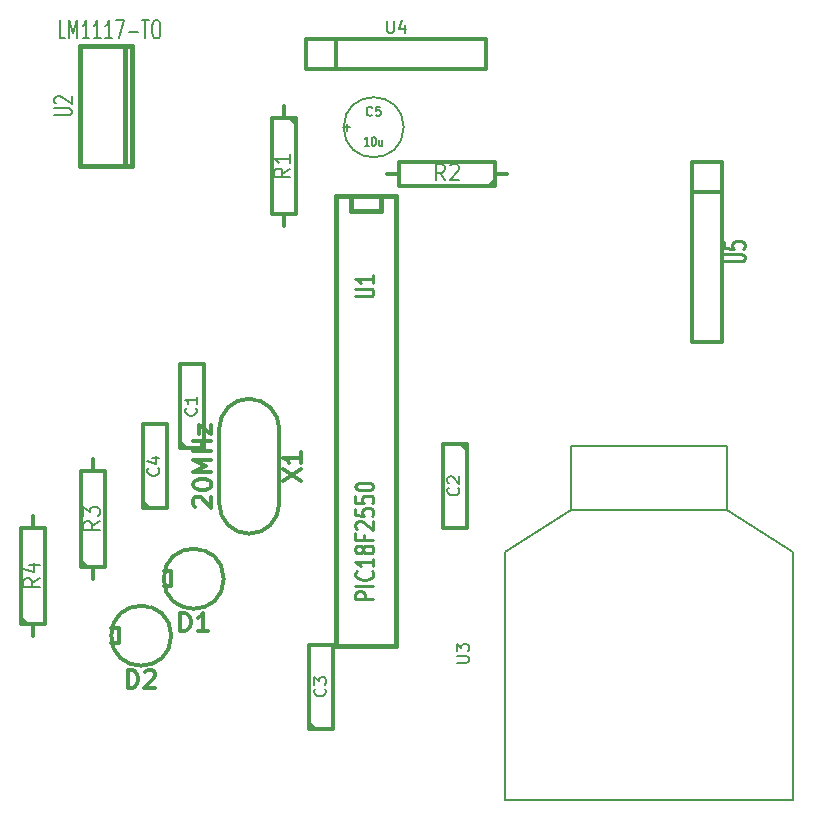
<source format=gto>
G04 (created by PCBNEW (2013-07-07 BZR 4022)-stable) date 19/11/2014 11:58:33*
%MOIN*%
G04 Gerber Fmt 3.4, Leading zero omitted, Abs format*
%FSLAX34Y34*%
G01*
G70*
G90*
G04 APERTURE LIST*
%ADD10C,0.00590551*%
%ADD11C,0.012*%
%ADD12C,0.0125*%
%ADD13C,0.015*%
%ADD14C,0.005*%
%ADD15C,0.0107*%
%ADD16C,0.008*%
%ADD17C,0.01125*%
%ADD18C,0.0075*%
G04 APERTURE END LIST*
G54D10*
G54D11*
X72850Y-30900D02*
X73850Y-30900D01*
X73850Y-30900D02*
X73850Y-36900D01*
X73850Y-36900D02*
X72850Y-36900D01*
X72850Y-36900D02*
X72850Y-30900D01*
X72850Y-31900D02*
X73850Y-31900D01*
G54D10*
X68821Y-42516D02*
X68821Y-40390D01*
X68821Y-40390D02*
X74018Y-40390D01*
X74018Y-40390D02*
X74018Y-42516D01*
X76222Y-43894D02*
X74018Y-42516D01*
X74018Y-42516D02*
X68821Y-42516D01*
X68821Y-42516D02*
X66616Y-43894D01*
X66616Y-52162D02*
X66616Y-44130D01*
X66616Y-44130D02*
X66616Y-43894D01*
X66616Y-52162D02*
X76222Y-52162D01*
X76222Y-43894D02*
X76222Y-52162D01*
G54D11*
X59250Y-29050D02*
X59250Y-29450D01*
X59250Y-29450D02*
X59650Y-29450D01*
X59650Y-29450D02*
X59650Y-32650D01*
X59650Y-32650D02*
X58850Y-32650D01*
X58850Y-32650D02*
X58850Y-29450D01*
X58850Y-29450D02*
X59250Y-29450D01*
X59450Y-29450D02*
X59650Y-29650D01*
X59250Y-33050D02*
X59250Y-32650D01*
X66700Y-31300D02*
X66300Y-31300D01*
X66300Y-31300D02*
X66300Y-31700D01*
X66300Y-31700D02*
X63100Y-31700D01*
X63100Y-31700D02*
X63100Y-30900D01*
X63100Y-30900D02*
X66300Y-30900D01*
X66300Y-30900D02*
X66300Y-31300D01*
X66300Y-31500D02*
X66100Y-31700D01*
X62700Y-31300D02*
X63100Y-31300D01*
X50900Y-46700D02*
X50900Y-46300D01*
X50900Y-46300D02*
X50500Y-46300D01*
X50500Y-46300D02*
X50500Y-43100D01*
X50500Y-43100D02*
X51300Y-43100D01*
X51300Y-43100D02*
X51300Y-46300D01*
X51300Y-46300D02*
X50900Y-46300D01*
X50700Y-46300D02*
X50500Y-46100D01*
X50900Y-42700D02*
X50900Y-43100D01*
X52900Y-44800D02*
X52900Y-44400D01*
X52900Y-44400D02*
X52500Y-44400D01*
X52500Y-44400D02*
X52500Y-41200D01*
X52500Y-41200D02*
X53300Y-41200D01*
X53300Y-41200D02*
X53300Y-44400D01*
X53300Y-44400D02*
X52900Y-44400D01*
X52700Y-44400D02*
X52500Y-44200D01*
X52900Y-40800D02*
X52900Y-41200D01*
X60000Y-27800D02*
X60000Y-26800D01*
X60000Y-26800D02*
X66000Y-26800D01*
X66000Y-26800D02*
X66000Y-27800D01*
X66000Y-27800D02*
X60000Y-27800D01*
X61000Y-27800D02*
X61000Y-26800D01*
X55500Y-46700D02*
G75*
G03X55500Y-46700I-1000J0D01*
G74*
G01*
X53500Y-46950D02*
X53750Y-46950D01*
X53750Y-46950D02*
X53750Y-46450D01*
X53750Y-46450D02*
X53500Y-46450D01*
X57250Y-44800D02*
G75*
G03X57250Y-44800I-1000J0D01*
G74*
G01*
X55250Y-45050D02*
X55500Y-45050D01*
X55500Y-45050D02*
X55500Y-44550D01*
X55500Y-44550D02*
X55250Y-44550D01*
G54D12*
X57100Y-39800D02*
X57100Y-42300D01*
X59100Y-39800D02*
X59100Y-42300D01*
X58100Y-43300D02*
G75*
G03X59100Y-42300I0J1000D01*
G74*
G01*
X57100Y-42300D02*
G75*
G03X58100Y-43300I1000J0D01*
G74*
G01*
X59100Y-39800D02*
G75*
G03X58100Y-38800I-1000J0D01*
G74*
G01*
X58100Y-38800D02*
G75*
G03X57100Y-39800I0J-1000D01*
G74*
G01*
G54D13*
X63000Y-32050D02*
X63000Y-47050D01*
X63000Y-47050D02*
X61000Y-47050D01*
X61000Y-47050D02*
X61000Y-32050D01*
X61000Y-32050D02*
X63000Y-32050D01*
X62500Y-32050D02*
X62500Y-32550D01*
X62500Y-32550D02*
X61500Y-32550D01*
X61500Y-32550D02*
X61500Y-32050D01*
G54D11*
X54550Y-42450D02*
X54550Y-39650D01*
X54550Y-39650D02*
X55350Y-39650D01*
X55350Y-39650D02*
X55350Y-42450D01*
X55350Y-42450D02*
X54550Y-42450D01*
X54750Y-42450D02*
X54550Y-42250D01*
X55800Y-40450D02*
X55800Y-37650D01*
X55800Y-37650D02*
X56600Y-37650D01*
X56600Y-37650D02*
X56600Y-40450D01*
X56600Y-40450D02*
X55800Y-40450D01*
X56000Y-40450D02*
X55800Y-40250D01*
X60100Y-49800D02*
X60100Y-47000D01*
X60100Y-47000D02*
X60900Y-47000D01*
X60900Y-47000D02*
X60900Y-49800D01*
X60900Y-49800D02*
X60100Y-49800D01*
X60300Y-49800D02*
X60100Y-49600D01*
X65350Y-40300D02*
X65350Y-43100D01*
X65350Y-43100D02*
X64550Y-43100D01*
X64550Y-43100D02*
X64550Y-40300D01*
X64550Y-40300D02*
X65350Y-40300D01*
X65150Y-40300D02*
X65350Y-40500D01*
G54D14*
X63251Y-29750D02*
G75*
G03X63251Y-29750I-1001J0D01*
G74*
G01*
G54D13*
X53950Y-27050D02*
X54200Y-27050D01*
X54200Y-27050D02*
X54200Y-31050D01*
X54200Y-31050D02*
X53950Y-31050D01*
X52450Y-27050D02*
X53950Y-27050D01*
X53950Y-27050D02*
X53950Y-31050D01*
X53950Y-31050D02*
X52450Y-31050D01*
X52450Y-31050D02*
X52450Y-27050D01*
G54D15*
X73944Y-34226D02*
X74495Y-34226D01*
X74560Y-34205D01*
X74593Y-34185D01*
X74625Y-34144D01*
X74625Y-34063D01*
X74593Y-34022D01*
X74560Y-34001D01*
X74495Y-33981D01*
X73944Y-33981D01*
X73944Y-33573D02*
X73944Y-33777D01*
X74268Y-33798D01*
X74236Y-33777D01*
X74204Y-33736D01*
X74204Y-33635D01*
X74236Y-33594D01*
X74268Y-33573D01*
X74333Y-33553D01*
X74495Y-33553D01*
X74560Y-33573D01*
X74593Y-33594D01*
X74625Y-33635D01*
X74625Y-33736D01*
X74593Y-33777D01*
X74560Y-33798D01*
G54D11*
G54D16*
X65020Y-47604D02*
X65343Y-47604D01*
X65382Y-47585D01*
X65401Y-47566D01*
X65420Y-47528D01*
X65420Y-47452D01*
X65401Y-47414D01*
X65382Y-47395D01*
X65343Y-47376D01*
X65020Y-47376D01*
X65020Y-47223D02*
X65020Y-46976D01*
X65172Y-47109D01*
X65172Y-47052D01*
X65191Y-47014D01*
X65210Y-46995D01*
X65248Y-46976D01*
X65343Y-46976D01*
X65382Y-46995D01*
X65401Y-47014D01*
X65420Y-47052D01*
X65420Y-47166D01*
X65401Y-47204D01*
X65382Y-47223D01*
X59472Y-31133D02*
X59210Y-31300D01*
X59472Y-31419D02*
X58922Y-31419D01*
X58922Y-31228D01*
X58948Y-31180D01*
X58975Y-31157D01*
X59027Y-31133D01*
X59105Y-31133D01*
X59158Y-31157D01*
X59184Y-31180D01*
X59210Y-31228D01*
X59210Y-31419D01*
X59472Y-30657D02*
X59472Y-30942D01*
X59472Y-30800D02*
X58922Y-30800D01*
X59001Y-30847D01*
X59053Y-30895D01*
X59079Y-30942D01*
X64616Y-31522D02*
X64450Y-31260D01*
X64330Y-31522D02*
X64330Y-30972D01*
X64521Y-30972D01*
X64569Y-30998D01*
X64592Y-31025D01*
X64616Y-31077D01*
X64616Y-31155D01*
X64592Y-31208D01*
X64569Y-31234D01*
X64521Y-31260D01*
X64330Y-31260D01*
X64807Y-31025D02*
X64830Y-30998D01*
X64878Y-30972D01*
X64997Y-30972D01*
X65045Y-30998D01*
X65069Y-31025D01*
X65092Y-31077D01*
X65092Y-31129D01*
X65069Y-31208D01*
X64783Y-31522D01*
X65092Y-31522D01*
X51122Y-44783D02*
X50860Y-44950D01*
X51122Y-45069D02*
X50572Y-45069D01*
X50572Y-44878D01*
X50598Y-44830D01*
X50625Y-44807D01*
X50677Y-44783D01*
X50755Y-44783D01*
X50808Y-44807D01*
X50834Y-44830D01*
X50860Y-44878D01*
X50860Y-45069D01*
X50755Y-44354D02*
X51122Y-44354D01*
X50546Y-44473D02*
X50939Y-44592D01*
X50939Y-44283D01*
X53122Y-42883D02*
X52860Y-43050D01*
X53122Y-43169D02*
X52572Y-43169D01*
X52572Y-42978D01*
X52598Y-42930D01*
X52625Y-42907D01*
X52677Y-42883D01*
X52755Y-42883D01*
X52808Y-42907D01*
X52834Y-42930D01*
X52860Y-42978D01*
X52860Y-43169D01*
X52572Y-42716D02*
X52572Y-42407D01*
X52782Y-42573D01*
X52782Y-42502D01*
X52808Y-42454D01*
X52834Y-42430D01*
X52886Y-42407D01*
X53017Y-42407D01*
X53070Y-42430D01*
X53096Y-42454D01*
X53122Y-42502D01*
X53122Y-42645D01*
X53096Y-42692D01*
X53070Y-42716D01*
X62695Y-26211D02*
X62695Y-26535D01*
X62714Y-26573D01*
X62733Y-26592D01*
X62771Y-26611D01*
X62847Y-26611D01*
X62885Y-26592D01*
X62904Y-26573D01*
X62923Y-26535D01*
X62923Y-26211D01*
X63285Y-26345D02*
X63285Y-26611D01*
X63190Y-26192D02*
X63095Y-26478D01*
X63342Y-26478D01*
G54D11*
X54057Y-48442D02*
X54057Y-47842D01*
X54200Y-47842D01*
X54285Y-47871D01*
X54342Y-47928D01*
X54371Y-47985D01*
X54400Y-48100D01*
X54400Y-48185D01*
X54371Y-48300D01*
X54342Y-48357D01*
X54285Y-48414D01*
X54200Y-48442D01*
X54057Y-48442D01*
X54628Y-47900D02*
X54657Y-47871D01*
X54714Y-47842D01*
X54857Y-47842D01*
X54914Y-47871D01*
X54942Y-47900D01*
X54971Y-47957D01*
X54971Y-48014D01*
X54942Y-48100D01*
X54600Y-48442D01*
X54971Y-48442D01*
X55807Y-46542D02*
X55807Y-45942D01*
X55950Y-45942D01*
X56035Y-45971D01*
X56092Y-46028D01*
X56121Y-46085D01*
X56150Y-46200D01*
X56150Y-46285D01*
X56121Y-46400D01*
X56092Y-46457D01*
X56035Y-46514D01*
X55950Y-46542D01*
X55807Y-46542D01*
X56721Y-46542D02*
X56378Y-46542D01*
X56550Y-46542D02*
X56550Y-45942D01*
X56492Y-46028D01*
X56435Y-46085D01*
X56378Y-46114D01*
X59242Y-41535D02*
X59842Y-41135D01*
X59242Y-41135D02*
X59842Y-41535D01*
X59842Y-40592D02*
X59842Y-40935D01*
X59842Y-40764D02*
X59242Y-40764D01*
X59328Y-40821D01*
X59385Y-40878D01*
X59414Y-40935D01*
X56300Y-42407D02*
X56271Y-42378D01*
X56242Y-42321D01*
X56242Y-42178D01*
X56271Y-42121D01*
X56300Y-42092D01*
X56357Y-42064D01*
X56414Y-42064D01*
X56500Y-42092D01*
X56842Y-42435D01*
X56842Y-42064D01*
X56242Y-41692D02*
X56242Y-41635D01*
X56271Y-41578D01*
X56300Y-41549D01*
X56357Y-41521D01*
X56471Y-41492D01*
X56614Y-41492D01*
X56728Y-41521D01*
X56785Y-41549D01*
X56814Y-41578D01*
X56842Y-41635D01*
X56842Y-41692D01*
X56814Y-41749D01*
X56785Y-41778D01*
X56728Y-41807D01*
X56614Y-41835D01*
X56471Y-41835D01*
X56357Y-41807D01*
X56300Y-41778D01*
X56271Y-41749D01*
X56242Y-41692D01*
X56842Y-41235D02*
X56242Y-41235D01*
X56671Y-41035D01*
X56242Y-40835D01*
X56842Y-40835D01*
X56842Y-40549D02*
X56242Y-40549D01*
X56528Y-40549D02*
X56528Y-40207D01*
X56842Y-40207D02*
X56242Y-40207D01*
X56442Y-39978D02*
X56442Y-39664D01*
X56842Y-39978D01*
X56842Y-39664D01*
G54D17*
X61642Y-35392D02*
X62128Y-35392D01*
X62185Y-35371D01*
X62214Y-35350D01*
X62242Y-35307D01*
X62242Y-35221D01*
X62214Y-35178D01*
X62185Y-35157D01*
X62128Y-35135D01*
X61642Y-35135D01*
X62242Y-34685D02*
X62242Y-34942D01*
X62242Y-34814D02*
X61642Y-34814D01*
X61728Y-34857D01*
X61785Y-34900D01*
X61814Y-34942D01*
G54D11*
G54D17*
X62242Y-45478D02*
X61642Y-45478D01*
X61642Y-45307D01*
X61671Y-45264D01*
X61700Y-45242D01*
X61757Y-45221D01*
X61842Y-45221D01*
X61900Y-45242D01*
X61928Y-45264D01*
X61957Y-45307D01*
X61957Y-45478D01*
X62242Y-45028D02*
X61642Y-45028D01*
X62185Y-44557D02*
X62214Y-44578D01*
X62242Y-44642D01*
X62242Y-44685D01*
X62214Y-44749D01*
X62157Y-44792D01*
X62100Y-44814D01*
X61985Y-44835D01*
X61900Y-44835D01*
X61785Y-44814D01*
X61728Y-44792D01*
X61671Y-44749D01*
X61642Y-44685D01*
X61642Y-44642D01*
X61671Y-44578D01*
X61700Y-44557D01*
X62242Y-44128D02*
X62242Y-44385D01*
X62242Y-44257D02*
X61642Y-44257D01*
X61728Y-44299D01*
X61785Y-44342D01*
X61814Y-44385D01*
X61900Y-43871D02*
X61871Y-43914D01*
X61842Y-43935D01*
X61785Y-43957D01*
X61757Y-43957D01*
X61700Y-43935D01*
X61671Y-43914D01*
X61642Y-43871D01*
X61642Y-43785D01*
X61671Y-43742D01*
X61700Y-43721D01*
X61757Y-43699D01*
X61785Y-43699D01*
X61842Y-43721D01*
X61871Y-43742D01*
X61900Y-43785D01*
X61900Y-43871D01*
X61928Y-43914D01*
X61957Y-43935D01*
X62014Y-43957D01*
X62128Y-43957D01*
X62185Y-43935D01*
X62214Y-43914D01*
X62242Y-43871D01*
X62242Y-43785D01*
X62214Y-43742D01*
X62185Y-43721D01*
X62128Y-43699D01*
X62014Y-43699D01*
X61957Y-43721D01*
X61928Y-43742D01*
X61900Y-43785D01*
X61928Y-43357D02*
X61928Y-43507D01*
X62242Y-43507D02*
X61642Y-43507D01*
X61642Y-43292D01*
X61700Y-43142D02*
X61671Y-43121D01*
X61642Y-43078D01*
X61642Y-42971D01*
X61671Y-42928D01*
X61700Y-42907D01*
X61757Y-42885D01*
X61814Y-42885D01*
X61900Y-42907D01*
X62242Y-43164D01*
X62242Y-42885D01*
X61642Y-42478D02*
X61642Y-42692D01*
X61928Y-42714D01*
X61900Y-42692D01*
X61871Y-42650D01*
X61871Y-42542D01*
X61900Y-42500D01*
X61928Y-42478D01*
X61985Y-42457D01*
X62128Y-42457D01*
X62185Y-42478D01*
X62214Y-42500D01*
X62242Y-42542D01*
X62242Y-42650D01*
X62214Y-42692D01*
X62185Y-42714D01*
X61642Y-42050D02*
X61642Y-42264D01*
X61928Y-42285D01*
X61900Y-42264D01*
X61871Y-42221D01*
X61871Y-42114D01*
X61900Y-42071D01*
X61928Y-42050D01*
X61985Y-42028D01*
X62128Y-42028D01*
X62185Y-42050D01*
X62214Y-42071D01*
X62242Y-42114D01*
X62242Y-42221D01*
X62214Y-42264D01*
X62185Y-42285D01*
X61642Y-41750D02*
X61642Y-41707D01*
X61671Y-41664D01*
X61700Y-41642D01*
X61757Y-41621D01*
X61871Y-41600D01*
X62014Y-41600D01*
X62128Y-41621D01*
X62185Y-41642D01*
X62214Y-41664D01*
X62242Y-41707D01*
X62242Y-41750D01*
X62214Y-41792D01*
X62185Y-41814D01*
X62128Y-41835D01*
X62014Y-41857D01*
X61871Y-41857D01*
X61757Y-41835D01*
X61700Y-41814D01*
X61671Y-41792D01*
X61642Y-41750D01*
G54D11*
G54D16*
X55073Y-41116D02*
X55092Y-41135D01*
X55111Y-41192D01*
X55111Y-41230D01*
X55092Y-41288D01*
X55054Y-41326D01*
X55016Y-41345D01*
X54940Y-41364D01*
X54883Y-41364D01*
X54807Y-41345D01*
X54769Y-41326D01*
X54730Y-41288D01*
X54711Y-41230D01*
X54711Y-41192D01*
X54730Y-41135D01*
X54750Y-41116D01*
X54845Y-40773D02*
X55111Y-40773D01*
X54692Y-40869D02*
X54978Y-40964D01*
X54978Y-40716D01*
X56323Y-39116D02*
X56342Y-39135D01*
X56361Y-39192D01*
X56361Y-39230D01*
X56342Y-39288D01*
X56304Y-39326D01*
X56266Y-39345D01*
X56190Y-39364D01*
X56133Y-39364D01*
X56057Y-39345D01*
X56019Y-39326D01*
X55980Y-39288D01*
X55961Y-39230D01*
X55961Y-39192D01*
X55980Y-39135D01*
X56000Y-39116D01*
X56361Y-38735D02*
X56361Y-38964D01*
X56361Y-38849D02*
X55961Y-38849D01*
X56019Y-38888D01*
X56057Y-38926D01*
X56076Y-38964D01*
X60623Y-48466D02*
X60642Y-48485D01*
X60661Y-48542D01*
X60661Y-48580D01*
X60642Y-48638D01*
X60604Y-48676D01*
X60566Y-48695D01*
X60490Y-48714D01*
X60433Y-48714D01*
X60357Y-48695D01*
X60319Y-48676D01*
X60280Y-48638D01*
X60261Y-48580D01*
X60261Y-48542D01*
X60280Y-48485D01*
X60300Y-48466D01*
X60261Y-48333D02*
X60261Y-48085D01*
X60414Y-48219D01*
X60414Y-48161D01*
X60433Y-48123D01*
X60452Y-48104D01*
X60490Y-48085D01*
X60585Y-48085D01*
X60623Y-48104D01*
X60642Y-48123D01*
X60661Y-48161D01*
X60661Y-48276D01*
X60642Y-48314D01*
X60623Y-48333D01*
X65073Y-41766D02*
X65092Y-41785D01*
X65111Y-41842D01*
X65111Y-41880D01*
X65092Y-41938D01*
X65054Y-41976D01*
X65016Y-41995D01*
X64940Y-42014D01*
X64883Y-42014D01*
X64807Y-41995D01*
X64769Y-41976D01*
X64730Y-41938D01*
X64711Y-41880D01*
X64711Y-41842D01*
X64730Y-41785D01*
X64750Y-41766D01*
X64750Y-41614D02*
X64730Y-41595D01*
X64711Y-41557D01*
X64711Y-41461D01*
X64730Y-41423D01*
X64750Y-41404D01*
X64788Y-41385D01*
X64826Y-41385D01*
X64883Y-41404D01*
X65111Y-41633D01*
X65111Y-41385D01*
G54D14*
X62200Y-29343D02*
X62185Y-29358D01*
X62142Y-29372D01*
X62114Y-29372D01*
X62071Y-29358D01*
X62042Y-29329D01*
X62028Y-29301D01*
X62014Y-29243D01*
X62014Y-29201D01*
X62028Y-29143D01*
X62042Y-29115D01*
X62071Y-29086D01*
X62114Y-29072D01*
X62142Y-29072D01*
X62185Y-29086D01*
X62200Y-29101D01*
X62471Y-29072D02*
X62328Y-29072D01*
X62314Y-29215D01*
X62328Y-29201D01*
X62357Y-29186D01*
X62428Y-29186D01*
X62457Y-29201D01*
X62471Y-29215D01*
X62485Y-29243D01*
X62485Y-29315D01*
X62471Y-29343D01*
X62457Y-29358D01*
X62428Y-29372D01*
X62357Y-29372D01*
X62328Y-29358D01*
X62314Y-29343D01*
X62089Y-30371D02*
X61946Y-30371D01*
X62017Y-30371D02*
X62017Y-30071D01*
X61994Y-30114D01*
X61970Y-30142D01*
X61946Y-30157D01*
X62244Y-30071D02*
X62267Y-30071D01*
X62291Y-30085D01*
X62303Y-30100D01*
X62315Y-30128D01*
X62327Y-30185D01*
X62327Y-30257D01*
X62315Y-30314D01*
X62303Y-30342D01*
X62291Y-30357D01*
X62267Y-30371D01*
X62244Y-30371D01*
X62220Y-30357D01*
X62208Y-30342D01*
X62196Y-30314D01*
X62184Y-30257D01*
X62184Y-30185D01*
X62196Y-30128D01*
X62208Y-30100D01*
X62220Y-30085D01*
X62244Y-30071D01*
X62541Y-30171D02*
X62541Y-30371D01*
X62434Y-30171D02*
X62434Y-30328D01*
X62446Y-30357D01*
X62470Y-30371D01*
X62505Y-30371D01*
X62529Y-30357D01*
X62541Y-30342D01*
G54D18*
X61235Y-29757D02*
X61464Y-29757D01*
X61350Y-29871D02*
X61350Y-29642D01*
G54D16*
X51592Y-29354D02*
X52078Y-29354D01*
X52135Y-29335D01*
X52164Y-29316D01*
X52192Y-29278D01*
X52192Y-29202D01*
X52164Y-29164D01*
X52135Y-29145D01*
X52078Y-29126D01*
X51592Y-29126D01*
X51650Y-28954D02*
X51621Y-28935D01*
X51592Y-28897D01*
X51592Y-28802D01*
X51621Y-28764D01*
X51650Y-28745D01*
X51707Y-28726D01*
X51764Y-28726D01*
X51850Y-28745D01*
X52192Y-28973D01*
X52192Y-28726D01*
X51973Y-26792D02*
X51783Y-26792D01*
X51783Y-26192D01*
X52107Y-26792D02*
X52107Y-26192D01*
X52240Y-26621D01*
X52373Y-26192D01*
X52373Y-26792D01*
X52773Y-26792D02*
X52545Y-26792D01*
X52659Y-26792D02*
X52659Y-26192D01*
X52621Y-26278D01*
X52583Y-26335D01*
X52545Y-26364D01*
X53154Y-26792D02*
X52926Y-26792D01*
X53040Y-26792D02*
X53040Y-26192D01*
X53002Y-26278D01*
X52964Y-26335D01*
X52926Y-26364D01*
X53535Y-26792D02*
X53307Y-26792D01*
X53421Y-26792D02*
X53421Y-26192D01*
X53383Y-26278D01*
X53345Y-26335D01*
X53307Y-26364D01*
X53669Y-26192D02*
X53935Y-26192D01*
X53764Y-26792D01*
X54088Y-26564D02*
X54392Y-26564D01*
X54526Y-26192D02*
X54754Y-26192D01*
X54640Y-26792D02*
X54640Y-26192D01*
X54964Y-26192D02*
X55040Y-26192D01*
X55078Y-26221D01*
X55116Y-26278D01*
X55135Y-26392D01*
X55135Y-26592D01*
X55116Y-26707D01*
X55078Y-26764D01*
X55040Y-26792D01*
X54964Y-26792D01*
X54926Y-26764D01*
X54888Y-26707D01*
X54869Y-26592D01*
X54869Y-26392D01*
X54888Y-26278D01*
X54926Y-26221D01*
X54964Y-26192D01*
M02*

</source>
